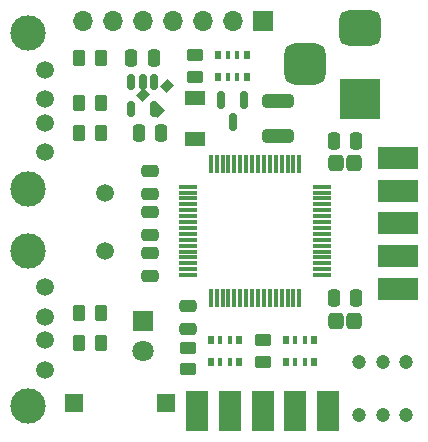
<source format=gts>
G04 #@! TF.GenerationSoftware,KiCad,Pcbnew,6.0.8-f2edbf62ab~116~ubuntu22.04.1*
G04 #@! TF.CreationDate,2022-10-13T12:47:22+02:00*
G04 #@! TF.ProjectId,Dual USB Controller adapter CPC,4475616c-2055-4534-9220-436f6e74726f,0.2*
G04 #@! TF.SameCoordinates,Original*
G04 #@! TF.FileFunction,Soldermask,Top*
G04 #@! TF.FilePolarity,Negative*
%FSLAX46Y46*%
G04 Gerber Fmt 4.6, Leading zero omitted, Abs format (unit mm)*
G04 Created by KiCad (PCBNEW 6.0.8-f2edbf62ab~116~ubuntu22.04.1) date 2022-10-13 12:47:22*
%MOMM*%
%LPD*%
G01*
G04 APERTURE LIST*
G04 Aperture macros list*
%AMRoundRect*
0 Rectangle with rounded corners*
0 $1 Rounding radius*
0 $2 $3 $4 $5 $6 $7 $8 $9 X,Y pos of 4 corners*
0 Add a 4 corners polygon primitive as box body*
4,1,4,$2,$3,$4,$5,$6,$7,$8,$9,$2,$3,0*
0 Add four circle primitives for the rounded corners*
1,1,$1+$1,$2,$3*
1,1,$1+$1,$4,$5*
1,1,$1+$1,$6,$7*
1,1,$1+$1,$8,$9*
0 Add four rect primitives between the rounded corners*
20,1,$1+$1,$2,$3,$4,$5,0*
20,1,$1+$1,$4,$5,$6,$7,0*
20,1,$1+$1,$6,$7,$8,$9,0*
20,1,$1+$1,$8,$9,$2,$3,0*%
%AMRotRect*
0 Rectangle, with rotation*
0 The origin of the aperture is its center*
0 $1 length*
0 $2 width*
0 $3 Rotation angle, in degrees counterclockwise*
0 Add horizontal line*
21,1,$1,$2,0,0,$3*%
G04 Aperture macros list end*
%ADD10RotRect,0.900000X0.800000X45.000000*%
%ADD11RoundRect,0.318150X-0.318150X-0.381850X0.318150X-0.381850X0.318150X0.381850X-0.318150X0.381850X0*%
%ADD12RoundRect,0.250000X0.250000X0.475000X-0.250000X0.475000X-0.250000X-0.475000X0.250000X-0.475000X0*%
%ADD13RoundRect,0.250000X-0.475000X0.250000X-0.475000X-0.250000X0.475000X-0.250000X0.475000X0.250000X0*%
%ADD14RoundRect,0.250000X0.475000X-0.250000X0.475000X0.250000X-0.475000X0.250000X-0.475000X-0.250000X0*%
%ADD15RoundRect,0.250000X-0.250000X-0.475000X0.250000X-0.475000X0.250000X0.475000X-0.250000X0.475000X0*%
%ADD16R,3.480000X1.846667*%
%ADD17RoundRect,0.250000X-0.262500X-0.450000X0.262500X-0.450000X0.262500X0.450000X-0.262500X0.450000X0*%
%ADD18R,0.500000X0.800000*%
%ADD19R,0.400000X0.800000*%
%ADD20RoundRect,0.150000X-0.150000X0.587500X-0.150000X-0.587500X0.150000X-0.587500X0.150000X0.587500X0*%
%ADD21RoundRect,0.250000X-1.075000X0.312500X-1.075000X-0.312500X1.075000X-0.312500X1.075000X0.312500X0*%
%ADD22RoundRect,0.250000X-0.450000X0.262500X-0.450000X-0.262500X0.450000X-0.262500X0.450000X0.262500X0*%
%ADD23R,1.846667X3.480000*%
%ADD24R,1.800000X1.800000*%
%ADD25C,1.800000*%
%ADD26C,1.200000*%
%ADD27C,1.500000*%
%ADD28R,1.500000X1.500000*%
%ADD29RoundRect,0.250000X0.450000X-0.262500X0.450000X0.262500X-0.450000X0.262500X-0.450000X-0.262500X0*%
%ADD30R,1.700000X1.300000*%
%ADD31RoundRect,0.075000X-0.700000X-0.075000X0.700000X-0.075000X0.700000X0.075000X-0.700000X0.075000X0*%
%ADD32RoundRect,0.075000X-0.075000X-0.700000X0.075000X-0.700000X0.075000X0.700000X-0.075000X0.700000X0*%
%ADD33R,1.700000X1.700000*%
%ADD34O,1.700000X1.700000*%
%ADD35R,3.500000X3.500000*%
%ADD36RoundRect,0.750000X-1.000000X0.750000X-1.000000X-0.750000X1.000000X-0.750000X1.000000X0.750000X0*%
%ADD37RoundRect,0.875000X-0.875000X0.875000X-0.875000X-0.875000X0.875000X-0.875000X0.875000X0.875000X0*%
%ADD38C,3.000000*%
%ADD39RoundRect,0.150000X-0.150000X0.512500X-0.150000X-0.512500X0.150000X-0.512500X0.150000X0.512500X0*%
G04 APERTURE END LIST*
D10*
X175895000Y-70421500D03*
X177238503Y-71765003D03*
X177980965Y-69679038D03*
D11*
X192251300Y-76200000D03*
X193828700Y-76200000D03*
D12*
X176845000Y-67310000D03*
X174945000Y-67310000D03*
D13*
X176530000Y-80330000D03*
X176530000Y-82230000D03*
D11*
X192251300Y-89535000D03*
X193828700Y-89535000D03*
D14*
X179705000Y-90182500D03*
X179705000Y-88282500D03*
D15*
X192090000Y-87630000D03*
X193990000Y-87630000D03*
X192090000Y-74295000D03*
X193990000Y-74295000D03*
D16*
X197485000Y-75740000D03*
X197485000Y-78510000D03*
X197485000Y-81280000D03*
X197485000Y-84050000D03*
X197485000Y-86820000D03*
D17*
X170537500Y-88900000D03*
X172362500Y-88900000D03*
D18*
X188030000Y-92975000D03*
D19*
X188830000Y-92975000D03*
X189630000Y-92975000D03*
D18*
X190430000Y-92975000D03*
X190430000Y-91175000D03*
D19*
X189630000Y-91175000D03*
X188830000Y-91175000D03*
D18*
X188030000Y-91175000D03*
D17*
X170537500Y-71120000D03*
X172362500Y-71120000D03*
D20*
X184465000Y-70817500D03*
X182565000Y-70817500D03*
X183515000Y-72692500D03*
D21*
X187325000Y-70927500D03*
X187325000Y-73852500D03*
D22*
X186055000Y-91162500D03*
X186055000Y-92987500D03*
D23*
X180515000Y-97155000D03*
X183285000Y-97155000D03*
X186055000Y-97155000D03*
X188825000Y-97155000D03*
X191595000Y-97155000D03*
D17*
X170537500Y-67310000D03*
X172362500Y-67310000D03*
D22*
X179705000Y-91797500D03*
X179705000Y-93622500D03*
D24*
X175895000Y-89535000D03*
D25*
X175895000Y-92075000D03*
D26*
X198215000Y-93000000D03*
X196215000Y-93000000D03*
X194215000Y-93000000D03*
X198215000Y-97500000D03*
X196215000Y-97500000D03*
X194215000Y-97500000D03*
D14*
X176530000Y-78752500D03*
X176530000Y-76852500D03*
D27*
X172720000Y-78740000D03*
X172720000Y-83620000D03*
D14*
X176530000Y-85707500D03*
X176530000Y-83807500D03*
D28*
X177890000Y-96520000D03*
X170090000Y-96520000D03*
D29*
X180340000Y-68857500D03*
X180340000Y-67032500D03*
D30*
X180340000Y-70640000D03*
X180340000Y-74140000D03*
D31*
X179745000Y-78165000D03*
X179745000Y-78665000D03*
X179745000Y-79165000D03*
X179745000Y-79665000D03*
X179745000Y-80165000D03*
X179745000Y-80665000D03*
X179745000Y-81165000D03*
X179745000Y-81665000D03*
X179745000Y-82165000D03*
X179745000Y-82665000D03*
X179745000Y-83165000D03*
X179745000Y-83665000D03*
X179745000Y-84165000D03*
X179745000Y-84665000D03*
X179745000Y-85165000D03*
X179745000Y-85665000D03*
D32*
X181670000Y-87590000D03*
X182170000Y-87590000D03*
X182670000Y-87590000D03*
X183170000Y-87590000D03*
X183670000Y-87590000D03*
X184170000Y-87590000D03*
X184670000Y-87590000D03*
X185170000Y-87590000D03*
X185670000Y-87590000D03*
X186170000Y-87590000D03*
X186670000Y-87590000D03*
X187170000Y-87590000D03*
X187670000Y-87590000D03*
X188170000Y-87590000D03*
X188670000Y-87590000D03*
X189170000Y-87590000D03*
D31*
X191095000Y-85665000D03*
X191095000Y-85165000D03*
X191095000Y-84665000D03*
X191095000Y-84165000D03*
X191095000Y-83665000D03*
X191095000Y-83165000D03*
X191095000Y-82665000D03*
X191095000Y-82165000D03*
X191095000Y-81665000D03*
X191095000Y-81165000D03*
X191095000Y-80665000D03*
X191095000Y-80165000D03*
X191095000Y-79665000D03*
X191095000Y-79165000D03*
X191095000Y-78665000D03*
X191095000Y-78165000D03*
D32*
X189170000Y-76240000D03*
X188670000Y-76240000D03*
X188170000Y-76240000D03*
X187670000Y-76240000D03*
X187170000Y-76240000D03*
X186670000Y-76240000D03*
X186170000Y-76240000D03*
X185670000Y-76240000D03*
X185170000Y-76240000D03*
X184670000Y-76240000D03*
X184170000Y-76240000D03*
X183670000Y-76240000D03*
X183170000Y-76240000D03*
X182670000Y-76240000D03*
X182170000Y-76240000D03*
X181670000Y-76240000D03*
D12*
X177480000Y-73660000D03*
X175580000Y-73660000D03*
D18*
X181680000Y-92975000D03*
D19*
X182480000Y-92975000D03*
X183280000Y-92975000D03*
D18*
X184080000Y-92975000D03*
X184080000Y-91175000D03*
D19*
X183280000Y-91175000D03*
X182480000Y-91175000D03*
D18*
X181680000Y-91175000D03*
D17*
X170537500Y-91440000D03*
X172362500Y-91440000D03*
D33*
X186055000Y-64135000D03*
D34*
X183515000Y-64135000D03*
X180975000Y-64135000D03*
X178435000Y-64135000D03*
X175895000Y-64135000D03*
X173355000Y-64135000D03*
X170815000Y-64135000D03*
D17*
X170537500Y-73660000D03*
X172362500Y-73660000D03*
D18*
X182315000Y-68845000D03*
D19*
X183115000Y-68845000D03*
X183915000Y-68845000D03*
D18*
X184715000Y-68845000D03*
X184715000Y-67045000D03*
D19*
X183915000Y-67045000D03*
X183115000Y-67045000D03*
D18*
X182315000Y-67045000D03*
D35*
X194310000Y-70770000D03*
D36*
X194310000Y-64770000D03*
D37*
X189610000Y-67770000D03*
D27*
X167640000Y-75255000D03*
X167640000Y-72755000D03*
X167640000Y-70755000D03*
X167640000Y-68255000D03*
D38*
X166190000Y-78325000D03*
X166190000Y-65185000D03*
D27*
X167640000Y-93670000D03*
X167640000Y-91170000D03*
X167640000Y-89170000D03*
X167640000Y-86670000D03*
D38*
X166190000Y-96740000D03*
X166190000Y-83600000D03*
D39*
X176845000Y-69347500D03*
X175895000Y-69347500D03*
X174945000Y-69347500D03*
X174945000Y-71622500D03*
X176845000Y-71622500D03*
M02*

</source>
